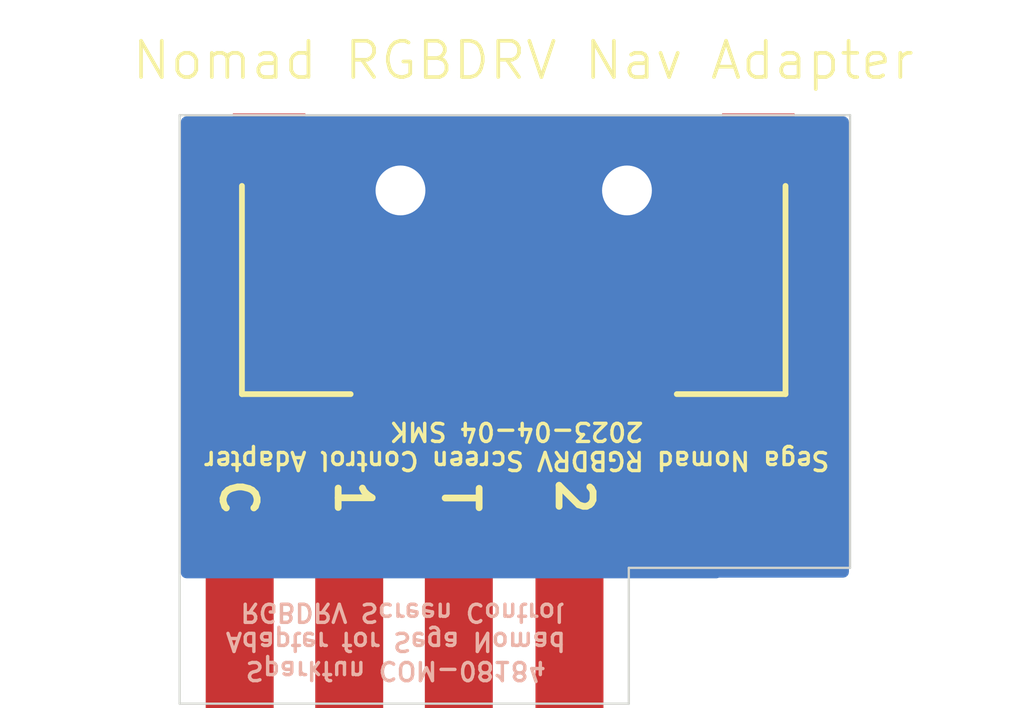
<source format=kicad_pcb>
(kicad_pcb (version 20171130) (host pcbnew 5.1.5+dfsg1-2build2)

  (general
    (thickness 1.6)
    (drawings 13)
    (tracks 15)
    (zones 0)
    (modules 5)
    (nets 6)
  )

  (page A4)
  (layers
    (0 Top signal)
    (31 Bottom signal)
    (32 B.Adhes user)
    (33 F.Adhes user)
    (34 B.Paste user)
    (35 F.Paste user)
    (36 B.SilkS user)
    (37 F.SilkS user)
    (38 B.Mask user)
    (39 F.Mask user)
    (40 Dwgs.User user)
    (41 Cmts.User user)
    (42 Eco1.User user)
    (43 Eco2.User user)
    (44 Edge.Cuts user)
    (45 Margin user)
    (46 B.CrtYd user)
    (47 F.CrtYd user)
    (48 B.Fab user)
    (49 F.Fab user)
  )

  (setup
    (last_trace_width 0.25)
    (trace_clearance 0.2)
    (zone_clearance 0)
    (zone_45_only yes)
    (trace_min 0.2)
    (via_size 0.8)
    (via_drill 0.4)
    (via_min_size 0.4)
    (via_min_drill 0.3)
    (uvia_size 0.3)
    (uvia_drill 0.1)
    (uvias_allowed no)
    (uvia_min_size 0.2)
    (uvia_min_drill 0.1)
    (edge_width 0.05)
    (segment_width 0.2)
    (pcb_text_width 0.3)
    (pcb_text_size 1.5 1.5)
    (mod_edge_width 0.12)
    (mod_text_size 1 1)
    (mod_text_width 0.15)
    (pad_size 1.5 4)
    (pad_drill 0)
    (pad_to_mask_clearance 0.051)
    (solder_mask_min_width 0.25)
    (aux_axis_origin 0 0)
    (visible_elements FFFFFF7F)
    (pcbplotparams
      (layerselection 0x010fc_ffffffff)
      (usegerberextensions false)
      (usegerberattributes false)
      (usegerberadvancedattributes false)
      (creategerberjobfile false)
      (excludeedgelayer true)
      (linewidth 0.100000)
      (plotframeref false)
      (viasonmask false)
      (mode 1)
      (useauxorigin false)
      (hpglpennumber 1)
      (hpglpenspeed 20)
      (hpglpendiameter 15.000000)
      (psnegative false)
      (psa4output false)
      (plotreference true)
      (plotvalue true)
      (plotinvisibletext false)
      (padsonsilk false)
      (subtractmaskfromsilk false)
      (outputformat 1)
      (mirror false)
      (drillshape 1)
      (scaleselection 1)
      (outputdirectory ""))
  )

  (net 0 "")
  (net 1 N$1)
  (net 2 N$2)
  (net 3 N$3)
  (net 4 N$4)
  (net 5 GND)

  (net_class Default "This is the default net class."
    (clearance 0.2)
    (trace_width 0.25)
    (via_dia 0.8)
    (via_drill 0.4)
    (uvia_dia 0.3)
    (uvia_drill 0.1)
    (add_net GND)
    (add_net N$1)
    (add_net N$2)
    (add_net N$3)
    (add_net N$4)
  )

  (module Connector_Wire:SolderWirePad_custom (layer Top) (tedit 642D019C) (tstamp 64171324)
    (at 150.011 108.9566)
    (descr "Wire Pad, Square, SMD Pad,  5mm x 10mm,")
    (tags "MesurementPoint Square SMDPad 5mmx10mm ")
    (fp_text reference REF** (at 0 -3.81) (layer F.SilkS) hide
      (effects (font (size 1 1) (thickness 0.15)))
    )
    (fp_text value SolderWirePad_custom (at 0 6.35) (layer F.Fab) hide
      (effects (font (size 1 1) (thickness 0.15)))
    )
    (pad 1 smd rect (at -0.3048 0.4318) (size 1.5 4) (layers Top F.Paste F.Mask)
      (net 1 N$1))
  )

  (module Connector_Wire:SolderWirePad_custom (layer Top) (tedit 642D0180) (tstamp 64170F2F)
    (at 142.7306 108.9566)
    (descr "Wire Pad, Square, SMD Pad,  5mm x 10mm,")
    (tags "MesurementPoint Square SMDPad 5mmx10mm ")
    (fp_text reference REF** (at 0 -3.81) (layer F.SilkS) hide
      (effects (font (size 1 1) (thickness 0.15)))
    )
    (fp_text value SolderWirePad_custom (at 0 6.35) (layer F.Fab) hide
      (effects (font (size 1 1) (thickness 0.15)))
    )
    (pad 4 smd rect (at -0.3048 0.4318) (size 1.5 4) (layers Top F.Paste F.Mask)
      (net 4 N$4))
  )

  (module Connector_Wire:SolderWirePad_custom (layer Top) (tedit 642D0189) (tstamp 64170F2F)
    (at 145.1492 108.9566)
    (descr "Wire Pad, Square, SMD Pad,  5mm x 10mm,")
    (tags "MesurementPoint Square SMDPad 5mmx10mm ")
    (fp_text reference REF** (at 0 -3.81) (layer F.SilkS) hide
      (effects (font (size 1 1) (thickness 0.15)))
    )
    (fp_text value SolderWirePad_custom (at 0 6.35) (layer F.Fab) hide
      (effects (font (size 1 1) (thickness 0.15)))
    )
    (pad 3 smd rect (at -0.3048 0.4318) (size 1.5 4) (layers Top F.Paste F.Mask)
      (net 3 N$3))
  )

  (module Connector_Wire:SolderWirePad_custom (layer Top) (tedit 642D0193) (tstamp 64170AA1)
    (at 147.5682 108.9566)
    (descr "Wire Pad, Square, SMD Pad,  5mm x 10mm,")
    (tags "MesurementPoint Square SMDPad 5mmx10mm ")
    (fp_text reference REF** (at 0 -3.81) (layer F.SilkS) hide
      (effects (font (size 1 1) (thickness 0.15)))
    )
    (fp_text value SolderWirePad_custom (at 0 6.35) (layer F.Fab) hide
      (effects (font (size 1 1) (thickness 0.15)))
    )
    (pad 2 smd rect (at -0.3048 0.4318) (size 1.5 4) (layers Top F.Paste F.Mask)
      (net 2 N$2))
  )

  (module 3-way:3WAY-NAV-SWITCH (layer Top) (tedit 0) (tstamp 6417143C)
    (at 148.4756 102.8396)
    (fp_text reference S1 (at 0 0) (layer F.SilkS) hide
      (effects (font (size 1.27 1.27) (thickness 0.15)))
    )
    (fp_text value "" (at 0 0) (layer F.SilkS) hide
      (effects (font (size 1.27 1.27) (thickness 0.15)))
    )
    (fp_text user "Nomad RGBDRV Nav Adapter" (at -8.4708 -5.3036 unlocked) (layer F.SilkS)
      (effects (font (size 0.8 0.8) (thickness 0.08128)) (justify left bottom))
    )
    (fp_text user C (at 6.8962 -3.297) (layer F.Fab)
      (effects (font (size 0.9652 0.9652) (thickness 0.1524)) (justify bottom))
    )
    (fp_text user 2 (at 3.235 3.3222) (layer F.Fab)
      (effects (font (size 0.9652 0.9652) (thickness 0.1524)) (justify bottom))
    )
    (fp_text user T (at 0.735 3.3222) (layer F.Fab)
      (effects (font (size 0.9652 0.9652) (thickness 0.1524)) (justify bottom))
    )
    (fp_text user 1 (at -1.765 3.3222) (layer F.Fab)
      (effects (font (size 0.9652 0.9652) (thickness 0.1524)) (justify bottom))
    )
    (fp_line (start 6 1.6) (end 3.6 1.6) (layer F.SilkS) (width 0.127))
    (fp_line (start 6 -3) (end 6 1.6) (layer F.SilkS) (width 0.127))
    (fp_line (start -6 1.6) (end -3.6 1.6) (layer F.SilkS) (width 0.127))
    (fp_line (start -6 -3) (end -6 1.6) (layer F.SilkS) (width 0.127))
    (pad "" np_thru_hole circle (at -2.5 -2.9) (size 1.1 1.1) (drill 1.1) (layers *.Cu *.Mask)
      (net 5 GND))
    (pad "" np_thru_hole circle (at 2.5 -2.9) (size 1.1 1.1) (drill 1.1) (layers *.Cu *.Mask)
      (net 5 GND))
    (pad NULL smd rect (at -5.4 -3.85) (size 1.6 1.5) (layers Top F.Paste F.Mask)
      (solder_mask_margin 0.1016))
    (pad P$C smd rect (at 5.4 -3.85) (size 1.6 1.5) (layers Top F.Paste F.Mask)
      (net 4 N$4) (solder_mask_margin 0.1016))
    (pad P$2 smd rect (at 2.5 0.9) (size 1.9 1.8) (layers Top F.Paste F.Mask)
      (net 1 N$1) (solder_mask_margin 0.1016))
    (pad P$T smd rect (at 0 0.9) (size 1.9 1.8) (layers Top F.Paste F.Mask)
      (net 2 N$2) (solder_mask_margin 0.1016))
    (pad P$1 smd rect (at -2.5 0.9) (size 1.9 1.8) (layers Top F.Paste F.Mask)
      (net 3 N$3) (solder_mask_margin 0.1016))
  )

  (gr_text "Sega Nomad RGBDRV Screen Control Adapter\n2023-04-04 SMK" (at 148.5392 105.5878 180) (layer F.SilkS)
    (effects (font (size 0.4 0.4) (thickness 0.075)))
  )
  (gr_text "Sparkfun COM-08184 \nAdapter for Sega Nomad \nRGBDRV Screen Control" (at 146.0246 109.9058 180) (layer B.SilkS)
    (effects (font (size 0.4 0.4) (thickness 0.075)) (justify mirror))
  )
  (gr_poly (pts (xy 155.9306 108.5342) (xy 141.1224 108.5342) (xy 141.1224 98.2726) (xy 155.9306 98.2726)) (layer B.Mask) (width 0.1))
  (gr_line (start 151.0161 108.2776) (end 155.9011 108.2776) (layer Edge.Cuts) (width 0.05))
  (gr_line (start 151.0161 111.2776) (end 151.0161 108.2776) (layer Edge.Cuts) (width 0.05))
  (gr_line (start 141.1011 111.2776) (end 151.0161 111.2776) (layer Edge.Cuts) (width 0.05) (tstamp CDEA700))
  (gr_line (start 155.9011 108.2776) (end 155.9011 98.2776) (layer Edge.Cuts) (width 0.05) (tstamp CDC6BA0))
  (gr_line (start 155.9011 98.2776) (end 141.1011 98.2776) (layer Edge.Cuts) (width 0.05) (tstamp CDC7030))
  (gr_line (start 141.1011 98.2776) (end 141.1011 111.2776) (layer Edge.Cuts) (width 0.05) (tstamp CDC74C0))
  (gr_text 2 (at 149.3774 106.2482 270) (layer F.SilkS) (tstamp CDC7D50)
    (effects (font (size 0.75 0.75) (thickness 0.15)) (justify left bottom))
  )
  (gr_text T (at 146.8628 106.3498 270) (layer F.SilkS) (tstamp CE59C30)
    (effects (font (size 0.75 0.75) (thickness 0.15)) (justify left bottom))
  )
  (gr_text 1 (at 144.5006 106.2736 270) (layer F.SilkS) (tstamp CE5A270)
    (effects (font (size 0.75 0.75) (thickness 0.15)) (justify left bottom))
  )
  (gr_text C (at 141.9606 106.2482 270) (layer F.SilkS) (tstamp CE5A8A0)
    (effects (font (size 0.75 0.75) (thickness 0.15)) (justify left bottom))
  )

  (segment (start 149.7062 107.1384) (end 149.7062 109.3884) (width 0.25) (layer Top) (net 1))
  (segment (start 149.7062 106.159) (end 149.7062 107.1384) (width 0.25) (layer Top) (net 1))
  (segment (start 150.9756 104.8896) (end 149.7062 106.159) (width 0.25) (layer Top) (net 1))
  (segment (start 150.9756 103.7396) (end 150.9756 104.8896) (width 0.25) (layer Top) (net 1))
  (segment (start 148.4756 103.7396) (end 148.4756 105.1434) (width 0.25) (layer Top) (net 2))
  (segment (start 147.2634 106.3556) (end 147.2634 109.3884) (width 0.25) (layer Top) (net 2))
  (segment (start 148.4756 105.1434) (end 147.2634 106.3556) (width 0.25) (layer Top) (net 2))
  (segment (start 144.8444 106.0208) (end 144.8444 109.3884) (width 0.25) (layer Top) (net 3))
  (segment (start 145.9756 104.8896) (end 144.8444 106.0208) (width 0.25) (layer Top) (net 3))
  (segment (start 145.9756 103.7396) (end 145.9756 104.8896) (width 0.25) (layer Top) (net 3))
  (segment (start 142.4258 103.5986) (end 142.4258 109.3884) (width 0.25) (layer Top) (net 4))
  (segment (start 144.3228 101.7016) (end 142.4258 103.5986) (width 0.25) (layer Top) (net 4))
  (segment (start 152.1636 101.7016) (end 144.3228 101.7016) (width 0.25) (layer Top) (net 4))
  (segment (start 153.8756 99.9896) (end 152.1636 101.7016) (width 0.25) (layer Top) (net 4))
  (segment (start 153.8756 98.9896) (end 153.8756 99.9896) (width 0.25) (layer Top) (net 4))

  (zone (net 5) (net_name GND) (layer Bottom) (tstamp 0) (hatch edge 0.508)
    (connect_pads yes (clearance 0))
    (min_thickness 0.254)
    (fill yes (arc_segments 32) (thermal_gap 0.508) (thermal_bridge_width 0.508))
    (polygon
      (pts
        (xy 159.7406 108.5342) (xy 159.6898 108.4834) (xy 159.6898 108.5088) (xy 137.1346 108.5088) (xy 137.1346 95.7326)
        (xy 159.7406 95.7326)
      )
    )
    (filled_polygon
      (pts
        (xy 155.7491 108.3666) (xy 153.023562 108.3666) (xy 153.0161 108.365865) (xy 153.008638 108.3666) (xy 152.986303 108.3688)
        (xy 152.957651 108.377491) (xy 152.949589 108.3818) (xy 141.2531 108.3818) (xy 141.2531 98.4296) (xy 155.749101 98.4296)
      )
    )
  )
)

</source>
